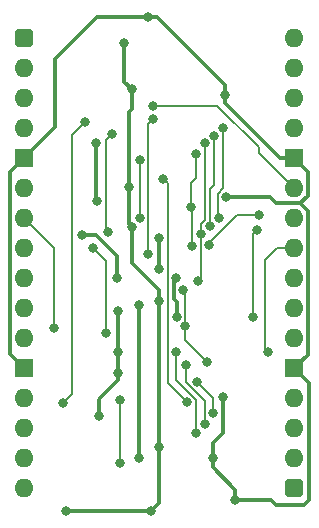
<source format=gbl>
%TF.GenerationSoftware,KiCad,Pcbnew,8.0.7*%
%TF.CreationDate,2025-01-03T11:18:39+02:00*%
%TF.ProjectId,Sound Clock,536f756e-6420-4436-9c6f-636b2e6b6963,V0*%
%TF.SameCoordinates,Original*%
%TF.FileFunction,Copper,L2,Bot*%
%TF.FilePolarity,Positive*%
%FSLAX46Y46*%
G04 Gerber Fmt 4.6, Leading zero omitted, Abs format (unit mm)*
G04 Created by KiCad (PCBNEW 8.0.7) date 2025-01-03 11:18:39*
%MOMM*%
%LPD*%
G01*
G04 APERTURE LIST*
G04 Aperture macros list*
%AMRoundRect*
0 Rectangle with rounded corners*
0 $1 Rounding radius*
0 $2 $3 $4 $5 $6 $7 $8 $9 X,Y pos of 4 corners*
0 Add a 4 corners polygon primitive as box body*
4,1,4,$2,$3,$4,$5,$6,$7,$8,$9,$2,$3,0*
0 Add four circle primitives for the rounded corners*
1,1,$1+$1,$2,$3*
1,1,$1+$1,$4,$5*
1,1,$1+$1,$6,$7*
1,1,$1+$1,$8,$9*
0 Add four rect primitives between the rounded corners*
20,1,$1+$1,$2,$3,$4,$5,0*
20,1,$1+$1,$4,$5,$6,$7,0*
20,1,$1+$1,$6,$7,$8,$9,0*
20,1,$1+$1,$8,$9,$2,$3,0*%
G04 Aperture macros list end*
%TA.AperFunction,ComponentPad*%
%ADD10RoundRect,0.400000X-0.400000X-0.400000X0.400000X-0.400000X0.400000X0.400000X-0.400000X0.400000X0*%
%TD*%
%TA.AperFunction,ComponentPad*%
%ADD11O,1.600000X1.600000*%
%TD*%
%TA.AperFunction,ComponentPad*%
%ADD12R,1.600000X1.600000*%
%TD*%
%TA.AperFunction,ViaPad*%
%ADD13C,0.800000*%
%TD*%
%TA.AperFunction,Conductor*%
%ADD14C,0.200000*%
%TD*%
%TA.AperFunction,Conductor*%
%ADD15C,0.380000*%
%TD*%
G04 APERTURE END LIST*
D10*
%TO.P,J2,1,Pin_1*%
%TO.N,/5V*%
X0Y0D03*
D11*
%TO.P,J2,2,Pin_2*%
%TO.N,unconnected-(J2-Pin_2-Pad2)*%
X0Y-2540000D03*
%TO.P,J2,3,Pin_3*%
%TO.N,unconnected-(J2-Pin_3-Pad3)*%
X0Y-5080000D03*
%TO.P,J2,4,Pin_4*%
%TO.N,unconnected-(J2-Pin_4-Pad4)*%
X0Y-7620000D03*
D12*
%TO.P,J2,5,Pin_5*%
%TO.N,/GND*%
X0Y-10160000D03*
D11*
%TO.P,J2,6,Pin_6*%
%TO.N,/~{Reset}*%
X0Y-12700000D03*
%TO.P,J2,7,Pin_7*%
%TO.N,/Clock Select _{S1}*%
X0Y-15240000D03*
%TO.P,J2,8,Pin_8*%
%TO.N,/Clock Select _{S0}*%
X0Y-17780000D03*
%TO.P,J2,9,Pin_9*%
%TO.N,unconnected-(J2-Pin_9-Pad9)*%
X0Y-20320000D03*
%TO.P,J2,10,Pin_10*%
%TO.N,unconnected-(J2-Pin_10-Pad10)*%
X0Y-22860000D03*
%TO.P,J2,11,Pin_11*%
%TO.N,unconnected-(J2-Pin_11-Pad11)*%
X0Y-25400000D03*
D12*
%TO.P,J2,12,Pin_12*%
%TO.N,/GND*%
X0Y-27940000D03*
D11*
%TO.P,J2,13,Pin_13*%
%TO.N,unconnected-(J2-Pin_13-Pad13)*%
X0Y-30480000D03*
%TO.P,J2,14,Pin_14*%
%TO.N,unconnected-(J2-Pin_14-Pad14)*%
X0Y-33020000D03*
%TO.P,J2,15,Pin_15*%
%TO.N,unconnected-(J2-Pin_15-Pad15)*%
X0Y-35560000D03*
%TO.P,J2,16,Pin_16*%
%TO.N,unconnected-(J2-Pin_16-Pad16)*%
X0Y-38100000D03*
D10*
%TO.P,J2,17,Pin_17*%
%TO.N,/5V*%
X22860000Y-38100000D03*
D11*
%TO.P,J2,18,Pin_18*%
%TO.N,unconnected-(J2-Pin_18-Pad18)*%
X22860000Y-35560000D03*
%TO.P,J2,19,Pin_19*%
%TO.N,unconnected-(J2-Pin_19-Pad19)*%
X22860000Y-33020000D03*
%TO.P,J2,20,Pin_20*%
%TO.N,unconnected-(J2-Pin_20-Pad20)*%
X22860000Y-30480000D03*
D12*
%TO.P,J2,21,Pin_21*%
%TO.N,/GND*%
X22860000Y-27940000D03*
D11*
%TO.P,J2,22,Pin_22*%
%TO.N,/~{WR}_{B}*%
X22860000Y-25400000D03*
%TO.P,J2,23,Pin_23*%
%TO.N,/~{WR}_{A}*%
X22860000Y-22860000D03*
%TO.P,J2,24,Pin_24*%
%TO.N,/A0*%
X22860000Y-20320000D03*
%TO.P,J2,25,Pin_25*%
%TO.N,/~{WR}*%
X22860000Y-17780000D03*
%TO.P,J2,26,Pin_26*%
%TO.N,/~{CLK}*%
X22860000Y-15240000D03*
%TO.P,J2,27,Pin_27*%
%TO.N,/CLK*%
X22860000Y-12700000D03*
D12*
%TO.P,J2,28,Pin_28*%
%TO.N,/GND*%
X22860000Y-10160000D03*
D11*
%TO.P,J2,29,Pin_29*%
%TO.N,unconnected-(J2-Pin_29-Pad29)*%
X22860000Y-7620000D03*
%TO.P,J2,30,Pin_30*%
%TO.N,unconnected-(J2-Pin_30-Pad30)*%
X22860000Y-5080000D03*
%TO.P,J2,31,Pin_31*%
%TO.N,unconnected-(J2-Pin_31-Pad31)*%
X22860000Y-2540000D03*
%TO.P,J2,32,Pin_32*%
%TO.N,unconnected-(J2-Pin_32-Pad32)*%
X22860000Y0D03*
%TD*%
D13*
%TO.N,/GND*%
X17906998Y-39116000D03*
%TO.N,/5V*%
X9778997Y-35560003D03*
X9778999Y-22605999D03*
%TO.N,/GND*%
X16834637Y-30368306D03*
X16002000Y-35560000D03*
X7924000Y-20319996D03*
X6194989Y-13814989D03*
X7970682Y-26610699D03*
X12892000Y-20320000D03*
X10540999Y1777999D03*
X17017994Y-4826000D03*
X6096000Y-8890000D03*
X11430000Y-16891000D03*
X17145000Y-13462000D03*
X8001000Y-23114000D03*
X6350000Y-32004000D03*
X11430000Y-19558000D03*
X12954000Y-23622000D03*
X8001002Y-28321000D03*
X4953000Y-16637000D03*
%TO.N,/3.3V*%
X8508994Y-381000D03*
X3556000Y-40005000D03*
X9144000Y-16002000D03*
X10795000Y-40005000D03*
X11420469Y-22215469D03*
X11420471Y-34645000D03*
X9144000Y-4318000D03*
X8890000Y-12622000D03*
%TO.N,/CLK*%
X7080538Y-16433598D03*
X10922001Y-5715001D03*
X7493000Y-8128000D03*
%TO.N,/Clock Select _{S1}*%
X2540000Y-24511000D03*
%TO.N,/4KHz*%
X12892000Y-26605511D03*
X14598777Y-33406186D03*
%TO.N,/8KHz*%
X15364779Y-32647685D03*
X13708000Y-27686000D03*
%TO.N,/16KHz*%
X14617886Y-29070114D03*
X16002000Y-31750000D03*
%TO.N,/32KHz*%
X8132500Y-30602500D03*
X8128000Y-35941000D03*
%TO.N,Net-(IC1-YA)*%
X5158000Y-7112000D03*
X3302000Y-30861000D03*
%TO.N,/Clock Select _{S0}*%
X5872155Y-17780000D03*
X6931275Y-24945725D03*
%TO.N,/~{Reset}*%
X11811000Y-11910000D03*
X13789592Y-30787408D03*
%TO.N,/Q0*%
X16482000Y-15231971D03*
X16890998Y-7619998D03*
%TO.N,/Q1*%
X15762981Y-15926965D03*
X16120392Y-8263608D03*
%TO.N,/Q2*%
X15307668Y-8911000D03*
X15009510Y-16584450D03*
X14711689Y-20546260D03*
%TO.N,/Q3*%
X14135755Y-14302000D03*
X14601000Y-9779000D03*
X14223992Y-17597248D03*
%TO.N,/~{CLK}*%
X10541000Y-18287992D03*
X15709510Y-17526000D03*
X10922000Y-6858000D03*
X19939000Y-14986000D03*
%TO.N,/~{WR}_{B}*%
X13472000Y-21292059D03*
X13669730Y-24404500D03*
X15535288Y-27449059D03*
%TO.N,/~{WR}_{A}*%
X19710538Y-16279687D03*
X19431000Y-23622000D03*
%TO.N,/~{Q3}*%
X9841000Y-15240000D03*
X9841000Y-10287000D03*
%TO.N,/~{WR}*%
X20631766Y-26574201D03*
%TD*%
D14*
%TO.N,/Q3*%
X14135755Y-12280245D02*
X14135755Y-14302000D01*
X14601000Y-11815000D02*
X14135755Y-12280245D01*
X14601000Y-9779000D02*
X14601000Y-11815000D01*
X14223992Y-14390237D02*
X14223992Y-17597248D01*
X14135755Y-14302000D02*
X14223992Y-14390237D01*
D15*
%TO.N,/GND*%
X6096000Y-8890000D02*
X6096000Y-13716000D01*
X6096000Y-13716000D02*
X6194989Y-13814989D01*
%TO.N,/3.3V*%
X8890000Y-6223000D02*
X8890000Y-12622000D01*
X9144000Y-5969000D02*
X8890000Y-6223000D01*
X9144000Y-4318000D02*
X9144000Y-5969000D01*
X8890000Y-15748000D02*
X8890000Y-12622000D01*
X9144000Y-16002000D02*
X8890000Y-15748000D01*
%TO.N,/GND*%
X20955000Y-39116000D02*
X21336000Y-39497000D01*
X17906998Y-39116000D02*
X20955000Y-39116000D01*
X23749000Y-39497000D02*
X21336000Y-39497000D01*
X24130000Y-29210000D02*
X24130000Y-39116000D01*
X24130000Y-39116000D02*
X23749000Y-39497000D01*
X22860000Y-27940000D02*
X24130000Y-29210000D01*
X17906998Y-38226998D02*
X17906998Y-39116000D01*
X16002000Y-36322000D02*
X17906998Y-38226998D01*
X16002000Y-35560000D02*
X16002000Y-36322000D01*
X16834637Y-33457363D02*
X16834637Y-30368306D01*
X16002000Y-35560000D02*
X16002000Y-34290000D01*
X16002000Y-34290000D02*
X16834637Y-33457363D01*
X2667000Y-7493000D02*
X2667000Y-1778000D01*
X2667000Y-1778000D02*
X6222999Y1777999D01*
X6222999Y1777999D02*
X10540999Y1777999D01*
X0Y-10160000D02*
X2667000Y-7493000D01*
%TO.N,/5V*%
X9778997Y-22606001D02*
X9778999Y-22605999D01*
X9778997Y-35560003D02*
X9778997Y-22606001D01*
%TO.N,/GND*%
X20828000Y-13462000D02*
X21336000Y-13970000D01*
X7924000Y-18465000D02*
X7924000Y-20319996D01*
X6350000Y-30607000D02*
X6350000Y-32004000D01*
X11430000Y-16891000D02*
X11433507Y-16894507D01*
X22860000Y-10160000D02*
X24050000Y-11350000D01*
X8001002Y-28321000D02*
X8001002Y-26641019D01*
X12682000Y-22080000D02*
X12682000Y-20530000D01*
X8001002Y-28955998D02*
X6477000Y-30480000D01*
X-1190000Y-11350000D02*
X-1190000Y-26750000D01*
X12682000Y-20530000D02*
X12892000Y-20320000D01*
X24050000Y-14605000D02*
X24050000Y-26797000D01*
X4953000Y-16637000D02*
X6096000Y-16637000D01*
X21336000Y-13970000D02*
X23415000Y-13970000D01*
X11302998Y1777999D02*
X10540999Y1777999D01*
X11433507Y-19554493D02*
X11430000Y-19558000D01*
X8001002Y-26641019D02*
X7970682Y-26610699D01*
X8001000Y-23114000D02*
X8001000Y-26580381D01*
X8001002Y-28321000D02*
X8001002Y-28955998D01*
X17017994Y-4826000D02*
X17017994Y-3936997D01*
X12954000Y-23622000D02*
X12954000Y-22352000D01*
X-1190000Y-26750000D02*
X0Y-27940000D01*
X11433507Y-16894507D02*
X11433507Y-19554493D01*
X6477000Y-30480000D02*
X6350000Y-30607000D01*
X12954000Y-22352000D02*
X12682000Y-22080000D01*
X8001000Y-26580381D02*
X7970682Y-26610699D01*
X23415000Y-13970000D02*
X24050000Y-13335000D01*
X6096000Y-16637000D02*
X7924000Y-18465000D01*
X17145000Y-13462000D02*
X20828000Y-13462000D01*
X24050000Y-26797000D02*
X22907000Y-27940000D01*
X23415000Y-13970000D02*
X24050000Y-14605000D01*
X21680000Y-10160000D02*
X17017994Y-5497994D01*
X0Y-10160000D02*
X-1190000Y-11350000D01*
X22860000Y-10160000D02*
X21680000Y-10160000D01*
X17017994Y-5497994D02*
X17017994Y-4826000D01*
X17017994Y-3936997D02*
X11302998Y1777999D01*
X24050000Y-11350000D02*
X24050000Y-13335000D01*
%TO.N,/3.3V*%
X11420471Y-34645000D02*
X11458000Y-34682529D01*
X9144000Y-19050000D02*
X11420469Y-21326469D01*
X11420469Y-21326469D02*
X11420469Y-22215469D01*
X11420471Y-34645000D02*
X11420471Y-22215471D01*
X9144000Y-4318000D02*
X8508994Y-3682994D01*
X10795000Y-40005000D02*
X3556000Y-40005000D01*
X8508994Y-3682994D02*
X8508994Y-381000D01*
X11420471Y-22215471D02*
X11420469Y-22215469D01*
X11458000Y-39342000D02*
X10795000Y-40005000D01*
X11458000Y-34682529D02*
X11458000Y-39342000D01*
X9144000Y-16002000D02*
X9144000Y-19050000D01*
D14*
%TO.N,/CLK*%
X22860000Y-12700000D02*
X19875500Y-9715500D01*
X19875500Y-9207500D02*
X16383001Y-5715001D01*
X16383001Y-5715001D02*
X10922001Y-5715001D01*
X6985000Y-16338060D02*
X7080538Y-16433598D01*
X19875500Y-9715500D02*
X19875500Y-9207500D01*
X6985000Y-8636000D02*
X6985000Y-16338060D01*
X7493000Y-8128000D02*
X6985000Y-8636000D01*
%TO.N,/Clock Select _{S1}*%
X2540000Y-24511000D02*
X2540000Y-17780000D01*
X2540000Y-17780000D02*
X0Y-15240000D01*
%TO.N,/4KHz*%
X14598777Y-30606642D02*
X12892000Y-28899865D01*
X14598777Y-33406186D02*
X14598777Y-30606642D01*
X12892000Y-28899865D02*
X12892000Y-26605511D01*
%TO.N,/8KHz*%
X15364779Y-32647685D02*
X15302000Y-32584906D01*
X15302000Y-30744179D02*
X13708000Y-29150179D01*
X15302000Y-32584906D02*
X15302000Y-30744179D01*
X13708000Y-29150179D02*
X13708000Y-27686000D01*
%TO.N,/16KHz*%
X16002000Y-31750000D02*
X16002000Y-30454228D01*
X16002000Y-30454228D02*
X14617886Y-29070114D01*
%TO.N,/32KHz*%
X8132500Y-30602500D02*
X8132500Y-35936500D01*
X8132500Y-35936500D02*
X8128000Y-35941000D01*
%TO.N,Net-(IC1-YA)*%
X3302000Y-30861000D02*
X4064000Y-30099000D01*
X4064000Y-30099000D02*
X4064000Y-8206000D01*
X4064000Y-8206000D02*
X5158000Y-7112000D01*
%TO.N,/Clock Select _{S0}*%
X6931275Y-24945725D02*
X6931275Y-18839120D01*
X6931275Y-18839120D02*
X5872155Y-17780000D01*
%TO.N,/~{Reset}*%
X11811000Y-11910000D02*
X12192000Y-12291000D01*
X12192000Y-12291000D02*
X12192000Y-29189816D01*
X12192000Y-29189816D02*
X13789592Y-30787408D01*
%TO.N,/Q0*%
X16395000Y-13151339D02*
X16890998Y-12655341D01*
X16395000Y-15144971D02*
X16395000Y-13151339D01*
X16890998Y-12655341D02*
X16890998Y-7619998D01*
X16482000Y-15231971D02*
X16395000Y-15144971D01*
%TO.N,/Q1*%
X15762981Y-12754334D02*
X15762981Y-15926965D01*
X16120392Y-12396923D02*
X15762981Y-12754334D01*
X16120392Y-8263608D02*
X16120392Y-12396923D01*
%TO.N,/Q2*%
X15009510Y-16584450D02*
X15009510Y-20248439D01*
X15009510Y-20248439D02*
X14711689Y-20546260D01*
X15307668Y-8911000D02*
X15307668Y-15392328D01*
X15307668Y-15392328D02*
X15009510Y-15690486D01*
X15009510Y-15690486D02*
X15009510Y-16584450D01*
%TO.N,/~{CLK}*%
X15709510Y-17310490D02*
X15709510Y-17526000D01*
X18034000Y-14986000D02*
X15709510Y-17310490D01*
X10922000Y-6858000D02*
X10541000Y-7239000D01*
X19939000Y-14986000D02*
X18034000Y-14986000D01*
X10541000Y-7239000D02*
X10541000Y-18287992D01*
%TO.N,/~{WR}_{B}*%
X13669730Y-25583501D02*
X15535288Y-27449059D01*
X13669730Y-24404500D02*
X13669730Y-21489789D01*
X13669730Y-24404500D02*
X13669730Y-25583501D01*
X13669730Y-21489789D02*
X13472000Y-21292059D01*
%TO.N,/~{WR}_{A}*%
X19431000Y-23622000D02*
X19431000Y-16559225D01*
X19431000Y-16559225D02*
X19710538Y-16279687D01*
%TO.N,/~{Q3}*%
X9841000Y-15240000D02*
X9841000Y-10287000D01*
%TO.N,/~{WR}*%
X20447000Y-26389435D02*
X20631766Y-26574201D01*
X20447000Y-18796000D02*
X20447000Y-26389435D01*
X21463000Y-17780000D02*
X20447000Y-18796000D01*
X22860000Y-17780000D02*
X21463000Y-17780000D01*
%TD*%
M02*

</source>
